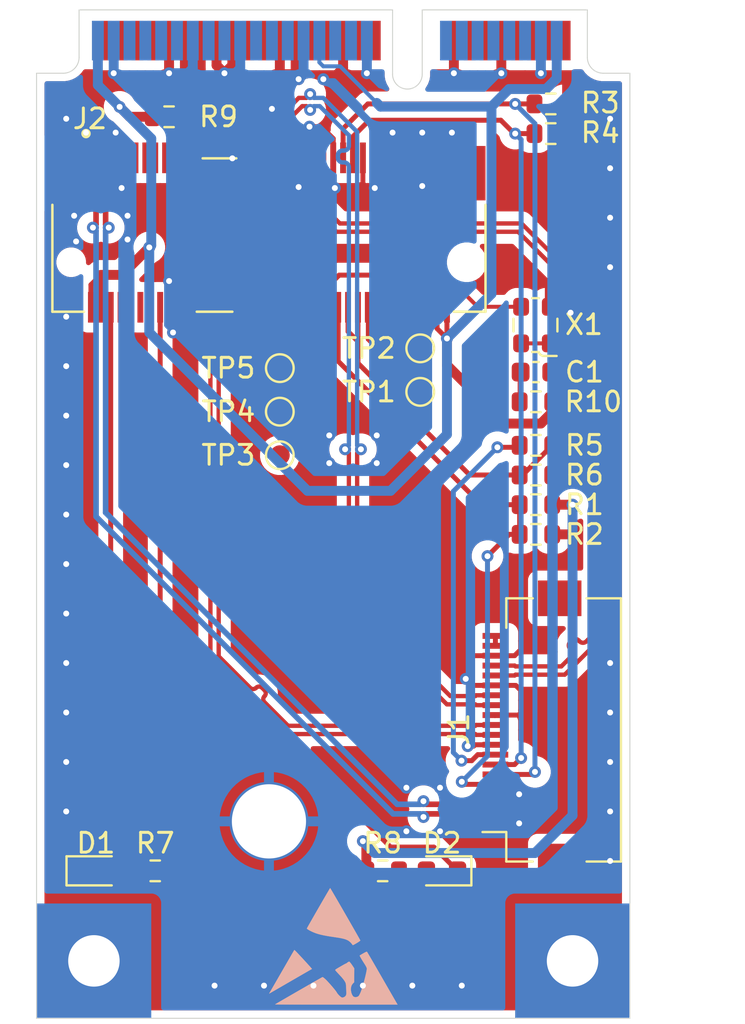
<source format=kicad_pcb>
(kicad_pcb (version 20241229) (generator "pcbnew") (generator_version "9.0")
  (layers (0 "F.Cu" signal) (4 "In1.Cu" power) (6 "In2.Cu" power) (2 "B.Cu" signal) (13 "F.Paste" user) (15 "B.Paste" user) (5 "F.SilkS" user "F.Silkscreen") (7 "B.SilkS" user "B.Silkscreen") (1 "F.Mask" user) (3 "B.Mask" user) (25 "Edge.Cuts" user))
  (net 0 "")
  (net 1 "Net-(X1-Tri-State)")
  (net 2 "GND")
  (net 3 "Net-(D1-A)")
  (net 4 "Net-(D1-K)")
  (net 5 "Net-(D2-A)")
  (net 6 "Net-(D2-K)")
  (net 7 "PCIE3_CLK_N")
  (net 8 "RK_WIFI_GPIO1")
  (net 9 "PCIE3_TX_P")
  (net 10 "PCIE3_CLK_P")
  (net 11 "PCIE3_RX_P")
  (net 12 "RK_WIFI_GPIO2")
  (net 13 "RK_WIFI_GPIO3")
  (net 14 "RK_WIFI_GPIO0")
  (net 15 "USB_P")
  (net 16 "PCIE3_TX_N")
  (net 17 "+5V")
  (net 18 "USB_N")
  (net 19 "PCIE3_RX_N")
  (net 20 "+3V3")
  (net 21 "SUSCLK")
  (net 22 "SDIO_D1")
  (net 23 "RK_UART1_RTS_1V8")
  (net 24 "RK_UART1_TX_1V8")
  (net 25 "SDIO_D3")
  (net 26 "SDIO_CMD")
  (net 27 "SDIO_D0")
  (net 28 "RK_UART1_RX_1V8")
  (net 29 "RK_UART1_CTS_1V8")
  (net 30 "SDIO_CLK")
  (net 31 "SDIO_D2")
  (net 38 "Net-(J2-~{SDIO_RESET})")
  (net 43 "Net-(J2-COEX1)")
  (net 46 "Net-(J2-~{W_DISABLE1})")
  (net 47 "Net-(J2-I2C_DATA)")
  (net 48 "Net-(J2-COEX2)")
  (net 51 "Net-(J2-I2C_CLK)")
  (net 57 "Net-(J2-COEX3)")
  (footprint "Capacitor_SMD:C_0603_1608Metric" (layer "F.Cu") (at 111.25 35.3)
    (property "Reference" "C1")
    (property "Value" "0.1uF")
  )
  (footprint "Resistor_SMD:R_0603_1608Metric" (layer "F.Cu") (at 92 60.5 180)
    (property "Reference" "R7")
    (property "Value" "2k")
  )
  (footprint "footprints:TE_2199119-4" (layer "F.Cu") (at 97.75 29.75)
    (property "Reference" "J2")
    (property "Value" "Bus_M.2_Socket_E")
  )
  (footprint "Resistor_SMD:R_0603_1608Metric" (layer "F.Cu") (at 111.25 40.5 180)
    (property "Reference" "R6")
    (property "Value" "10k")
  )
  (footprint "TestPoint:TestPoint_Pad_D1.0mm" (layer "F.Cu") (at 105.4 36.3)
    (property "Reference" "TP1")
    (property "Value" "TestPoint")
  )
  (footprint "LED_SMD:LED_0603_1608Metric" (layer "F.Cu") (at 106.5 60.5 180)
    (property "Reference" "D2")
    (property "Value" "LED_Small")
  )
  (footprint "TestPoint:TestPoint_Pad_D1.0mm" (layer "F.Cu") (at 98.3 35.1)
    (property "Reference" "TP5")
    (property "Value" "TestPoint")
  )
  (footprint "TestPoint:TestPoint_Pad_D1.0mm" (layer "F.Cu") (at 98.3 37.3)
    (property "Reference" "TP4")
    (property "Value" "TestPoint")
  )
  (footprint "Resistor_SMD:R_0603_1608Metric" (layer "F.Cu") (at 111.25 42 180)
    (property "Reference" "R1")
    (property "Value" "10k")
  )
  (footprint "Resistor_SMD:R_0603_1608Metric" (layer "F.Cu") (at 92.7 22.4)
    (property "Reference" "R9")
    (property "Value" "10k")
  )
  (footprint "Oscillator:Oscillator_SMD_ECS_2520MV-xxx-xx-4Pin_2.5x2.0mm" (layer "F.Cu") (at 111.225 32.925 180)
    (property "Reference" "X1")
    (property "Value" "ECS-327MVATX-2-CN-TR3")
  )
  (footprint "Resistor_SMD:R_0603_1608Metric" (layer "F.Cu") (at 111.25 43.5)
    (property "Reference" "R2")
    (property "Value" "10k")
  )
  (footprint "Resistor_SMD:R_0603_1608Metric" (layer "F.Cu") (at 111.25 36.8)
    (property "Reference" "R10")
    (property "Value" "0")
  )
  (footprint "footprints:M.2 Mounting" (layer "F.Cu") (at 107.75 29.75 180)
    (property "Reference" "H1" (hide yes))
    (property "Value" "MountingHole_Pad" (hide yes))
  )
  (footprint "TestPoint:TestPoint_Pad_D1.0mm" (layer "F.Cu") (at 98.3 39.5)
    (property "Reference" "TP3")
    (property "Value" "TestPoint")
  )
  (footprint "Resistor_SMD:R_0603_1608Metric" (layer "F.Cu") (at 103.5 60.5)
    (property "Reference" "R8")
    (property "Value" "2k")
  )
  (footprint "Connector_FFC-FPC:Hirose_FH12-20S-0.5SH_1x20-1MP_P0.50mm_Horizontal" (layer "F.Cu") (at 111.05 53.38 90)
    (property "Reference" "J1")
    (property "Value" "Conn_01x20")
  )
  (footprint "footprints:BUS_PCI_Express_Mini_Full_Card" (layer "F.Cu") (at 101 42.75 180)
    (property "Reference" "J3" (hide yes))
    (property "Value" "Bus_PCI_Express_Mini")
    (fp_line (start 15 22.55) (end 15 -25.2) (stroke (width 0.05)) (layer "Edge.Cuts"))
    (fp_line (start 15 22.55) (end 13.65 22.55) (stroke (width 0.05)) (layer "Edge.Cuts"))
    (fp_line (start 15 -25.2) (end -15 -25.2) (stroke (width 0.05)) (layer "Edge.Cuts"))
    (fp_line (start 12.85 25.75) (end 12.85 23.35) (stroke (width 0.05)) (layer "Edge.Cuts"))
    (fp_line (start -3 25.75) (end 12.85 25.75) (stroke (width 0.05)) (layer "Edge.Cuts"))
    (fp_line (start -3 25.75) (end -3 22.5) (stroke (width 0.05)) (layer "Edge.Cuts"))
    (fp_line (start -4.5 25.75) (end -4.5 22.5) (stroke (width 0.05)) (layer "Edge.Cuts"))
    (fp_line (start -4.5 25.75) (end -12.85 25.75) (stroke (width 0.05)) (layer "Edge.Cuts"))
    (fp_line (start -12.85 25.75) (end -12.85 23.35) (stroke (width 0.05)) (layer "Edge.Cuts"))
    (fp_line (start -13.65 22.55) (end -15 22.55) (stroke (width 0.05)) (layer "Edge.Cuts"))
    (fp_line (start -15 -25.2) (end -15 22.55) (stroke (width 0.05)) (layer "Edge.Cuts"))
    (fp_arc (start 12.85 23.35) (mid 13.084315 22.784315) (end 13.65 22.55) (stroke (width 0.05)) (layer "Edge.Cuts"))
    (fp_arc (start -4.5 22.5) (mid -3.75 21.75) (end -3 22.5) (stroke (width 0.05)) (layer "Edge.Cuts"))
    (fp_arc (start -13.65 22.55) (mid -13.084315 22.784315) (end -12.85 23.35) (stroke (width 0.05)) (layer "Edge.Cuts"))
  )
  (footprint "Resistor_SMD:R_0603_1608Metric" (layer "F.Cu") (at 112 21.75)
    (property "Reference" "R3")
    (property "Value" "10k")
  )
  (footprint "LED_SMD:LED_0603_1608Metric" (layer "F.Cu") (at 89 60.5)
    (property "Reference" "D1")
    (property "Value" "LED_Small")
  )
  (footprint "Resistor_SMD:R_0603_1608Metric" (layer "F.Cu") (at 111.25 39)
    (property "Reference" "R5")
    (property "Value" "0")
  )
  (footprint "TestPoint:TestPoint_Pad_D1.0mm" (layer "F.Cu") (at 105.4 34.1)
    (property "Reference" "TP2")
    (property "Value" "TestPoint")
  )
  (footprint "Resistor_SMD:R_0603_1608Metric" (layer "F.Cu") (at 112 23.25)
    (property "Reference" "R4")
    (property "Value" "10k")
  )
  (footprint "Symbol:ESD-Logo_6.6x6mm_SilkScreen" (layer "B.Cu") (at 101 64.3 180)
    (property "Reference" "REF**" (hide yes))
    (property "Value" "ESD-Logo_6.6x6mm_SilkScreen" (hide yes))
  )
  (segment (start 110.5 33.85) (end 110.5 35.275) (width 0.2) (layer "F.Cu") (net 1))
  (segment (start 110.5 33.85) (end 111.95 33.85) (width 0.2) (layer "F.Cu") (net 1))
  (segment (start 110.5 35.275) (end 110.475 35.3) (width 0.2) (layer "F.Cu") (net 1))
  (segment (start 110.425 36.8) (end 110.425 35.35) (width 0.2) (layer "F.Cu") (net 1))
  (segment (start 110.425 35.35) (end 110.475 35.3) (width 0.2) (layer "F.Cu") (net 1))
  (segment (start 92.75 30.75) (end 92.7 30.7) (width 0.25) (layer "F.Cu") (net 2))
  (segment (start 108.03 51.13) (end 107.7 50.8) (width 0.25) (layer "F.Cu") (net 2))
  (segment (start 110.23 51.13) (end 110.4 51.3) (width 0.25) (layer "F.Cu") (net 2))
  (segment (start 104 24.475) (end 104 23.2) (width 0.25) (layer "F.Cu") (net 2))
  (segment (start 98 22.346863) (end 98 24.475) (width 0.25) (layer "F.Cu") (net 2))
  (segment (start 112.7 32) (end 113 32.3) (width 0.5) (layer "F.Cu") (net 2))
  (segment (start 105.5 25.9) (end 106.652 25.9) (width 0.25) (layer "F.Cu") (net 2))
  (segment (start 111.95 32) (end 112.7 32) (width 0.5) (layer "F.Cu") (net 2))
  (segment (start 108.17 54.13) (end 109.2 54.13) (width 0.25) (layer "F.Cu") (net 2))
  (segment (start 104 24.475) (end 104 25.9) (width 0.25) (layer "F.Cu") (net 2))
  (segment (start 108.1018 54.1982) (end 108.17 54.13) (width 0.25) (layer "F.Cu") (net 2))
  (segment (start 107.8 54.1982) (end 108.1018 54.1982) (width 0.25) (layer "F.Cu") (net 2))
  (segment (start 109.2 58.13) (end 109.2 58.6) (width 0.25) (layer "F.Cu") (net 2))
  (segment (start 95.1 19.8) (end 95.5 20.2) (width 0.5) (layer "F.Cu") (net 2))
  (segment (start 95.9 19.8) (end 95.5 20.2) (width 0.5) (layer "F.Cu") (net 2))
  (segment (start 109.5 20.1) (end 109.5 20.2) (width 0.5) (layer "F.Cu") (net 2))
  (segment (start 110.37 52.63) (end 110.4 52.6) (width 0.25) (layer "F.Cu") (net 2))
  (segment (start 99.1 20.35) (end 99.1 18.55) (width 0.5) (layer "F.Cu") (net 2))
  (segment (start 109.2 58.13) (end 110.37 58.13) (width 0.25) (layer "F.Cu") (net 2))
  (segment (start 95.1 18.55) (end 95.1 19.8) (width 0.5) (layer "F.Cu") (net 2))
  (segment (start 102.5 24.475) (end 102.5 25.9) (width 0.25) (layer "F.Cu") (net 2))
  (segment (start 92.7 18.55) (end 92.7 20.2) (width 0.5) (layer "F.Cu") (net 2))
  (segment (start 88.5 24.475) (end 88.5 23.2) (width 0.25) (layer "F.Cu") (net 2))
  (segment (start 90 24.475) (end 90 23.2) (width 0.25) (layer "F.Cu") (net 2))
  (segment (start 107.1 18.55) (end 107.1 20.2) (width 0.5) (layer "F.Cu") (net 2))
  (segment (start 107.97 49.63) (end 107.9 49.7) (width 0.25) (layer "F.Cu") (net 2))
  (segment (start 109.2 51.13) (end 110.23 51.13) (width 0.25) (layer "F.Cu") (net 2))
  (segment (start 98.3 20.2) (end 98.6 20.5) (width 0.5) (layer "F.Cu") (net 2))
  (segment (start 103 25.9) (end 103.1 26) (width 0.25) (layer "F.Cu") (net 2))
  (segment (start 109.2 52.63) (end 109.176 52.654) (width 0.25) (layer "F.Cu") (net 2))
  (segment (start 105.5 24.475) (end 105.5 23.2) (width 0.25) (layer "F.Cu") (net 2))
  (segment (start 106.652 25.9) (end 107 25.552) (width 0.25) (layer "F.Cu") (net 2))
  (segment (start 107 24.475) (end 107 23.2) (width 0.25) (layer "F.Cu") (net 2))
  (segment (start 101 23.5) (end 100.4 22.9) (width 0.25) (layer "F.Cu") (net 2))
  (segment (start 110.4 56.63) (end 109.2 56.63) (width 0.25) (layer "F.Cu") (net 2))
  (segment (start 112.025 35.3) (end 113 35.3) (width 0.5) (layer "F.Cu") (net 2))
  (segment (start 109.2 49.63) (end 110.17 49.63) (width 0.25) (layer "F.Cu") (net 2))
  (segment (start 99.25 20.5) (end 99.1 20.35) (width 0.5) (layer "F.Cu") (net 2))
  (segment (start 104 25.9) (end 105.5 25.9) (width 0.25) (layer "F.Cu") (net 2))
  (segment (start 96.5 24.475) (end 95.925 24.475) (width 0.25) (layer "F.Cu") (net 2))
  (segment (start 90 25.7) (end 90.3 26) (width 0.25) (layer "F.Cu") (net 2))
  (segment (start 102.5 25.9) (end 103 25.9) (width 0.25) (layer "F.Cu") (net 2))
  (segment (start 109.2 49.63) (end 107.97 49.63) (width 0.25) (layer "F.Cu") (net 2))
  (segment (start 92.75 32.025) (end 92.75 30.75) (width 0.25) (layer "F.Cu") (net 2))
  (segment (start 92.75 32.025) (end 92.75 33.15) (width 0.25) (layer "F.Cu") (net 2))
  (segment (start 100.5 20.5) (end 100.952 20.5) (width 0.5) (layer "F.Cu") (net 2))
  (segment (start 98.3 18.55) (end 98.3 20.2) (width 0.5) (layer "F.Cu") (net 2))
  (segment (start 109.2 52.63) (end 110.37 52.63) (width 0.25) (layer "F.Cu") (net 2))
  (segment (start 101 24.475) (end 101 23.5) (width 0.25) (layer "F.Cu") (net 2))
  (segment (start 110.17 49.63) (end 110.4 49.4) (width 0.25) (layer "F.Cu") (net 2))
  (segment (start 92.75 33.15) (end 92.9 33.3) (width 0.25) (layer "F.Cu") (net 2))
  (segment (start 109.5 18.55) (end 109.5 20.1) (width 0.5) (layer "F.Cu") (net 2))
  (segment (start 95.9 18.55) (end 95.9 19.8) (width 0.5) (layer "F.Cu") (net 2))
  (segment (start 95.925 24.475) (end 95.9 24.5) (width 0.25) (layer "F.Cu") (net 2))
  (segment (start 110.37 58.13) (end 110.4 58.1) (width 0.25) (layer "F.Cu") (net 2))
  (segment (start 99.5 25.7) (end 99.5 24.475) (width 0.25) (layer "F.Cu") (net 2))
  (segment (start 109.2 51.13) (end 108.03 51.13) (width 0.25) (layer "F.Cu") (net 2))
  (segment (start 90 24.475) (end 90 25.7) (width 0.25) (layer "F.Cu") (net 2))
  (segment (start 100.4 22.9) (end 99.8 22.9) (width 0.25) (layer "F.Cu") (net 2))
  (segment (start 97.9 22) (end 97.9 22.246863) (width 0.25) (layer "F.Cu") (net 2))
  (segment (start 97.9 22.246863) (end 98 22.346863) (width 0.25) (layer "F.Cu") (net 2))
  (segment (start 99.25 25.95) (end 99.5 25.7) (width 0.25) (layer "F.Cu") (net 2))
  (segment (start 99.5 24.475) (end 99.5 23.2) (width 0.25) (layer "F.Cu") (net 2))
  (segment (start 101.5 19.952) (end 101.5 18.55) (width 0.5) (layer "F.Cu") (net 2))
  (segment (start 107 25.552) (end 107 24.475) (width 0.25) (layer "F.Cu") (net 2))
  (segment (start 101 25.918201) (end 101 24.475) (width 0.25) (layer "F.Cu") (net 2))
  (segment (start 101.081799 26) (end 101 25.918201) (width 0.25) (layer "F.Cu") (net 2))
  (segment (start 98.6 20.5) (end 99.25 20.5) (width 0.5) (layer "F.Cu") (net 2))
  (segment (start 105.5 25.9) (end 105.5 24.475) (width 0.25) (layer "F.Cu") (net 2))
  (segment (start 99.5 23.2) (end 99.8 22.9) (width 0.25) (layer "F.Cu") (net 2))
  (segment (start 100.952 20.5) (end 101.5 19.952) (width 0.5) (layer "F.Cu") (net 2))
  (via (at 107.7 50.8) (size 0.6) (drill 0.3) (layers "F.Cu" "B.Cu") (net 2))
  (via (at 90.3 26) (size 0.6) (drill 0.3) (layers "F.Cu" "B.Cu") (net 2))
  (via (at 102.5 66.3) (size 0.6) (drill 0.3) (layers "F.Cu" "B.Cu") (net 2))
  (via (at 95.9 24.5) (size 0.6) (drill 0.3) (layers "F.Cu" "B.Cu") (net 2))
  (via (at 87.5 55) (size 0.6) (drill 0.3) (layers "F.Cu" "B.Cu") (net 2))
  (via (at 103.2 38.5) (size 0.6) (drill 0.3) (layers "F.Cu" "B.Cu") (net 2))
  (via (at 87.5 47.5) (size 0.6) (drill 0.3) (layers "F.Cu" "B.Cu") (net 2))
  (via (at 87.9 27.4) (size 0.6) (drill 0.3) (layers "F.Cu" "B.Cu") (net 2))
  (via (at 87.5 52.5) (size 0.6) (drill 0.3) (layers "F.Cu" "B.Cu") (net 2))
  (via (at 87.5 50) (size 0.6) (drill 0.3) (layers "F.Cu" "B.Cu") (net 2))
  (via (at 107.5 66.3) (size 0.6) (drill 0.3) (layers "F.Cu" "B.Cu") (net 2))
  (via (at 92.9 33.3) (size 0.6) (drill 0.3) (layers "F.Cu" "B.Cu") (net 2))
  (via (at 102.7 20.2) (size 0.6) (drill 0.3) (layers "F.Cu" "B.Cu") (net 2))
  (via (at 90.6 28.6) (size 0.6) (drill 0.3) (layers "F.Cu" "B.Cu") (net 2))
  (via (at 100 66.3) (size 0.6) (drill 0.3) (layers "F.Cu" "B.Cu") (net 2))
  (via (at 115 57.5) (size 0.6) (drill 0.3) (layers "F.Cu" "B.Cu") (net 2))
  (via (at 115 55) (size 0.6) (drill 0.3) (layers "F.Cu" "B.Cu") (net 2))
  (via (at 115 25) (size 0.6) (drill 0.3) (layers "F.Cu" "B.Cu") (net 2))
  (via (at 88.5 23.2) (size 0.6) (drill 0.3) (layers "F.Cu" "B.Cu") (net 2))
  (via (at 97.5 66.3) (size 0.6) (drill 0.3) (layers "F.Cu" "B.Cu") (net 2))
  (via (at 88 28.7) (size 0.6) (drill 0.3) (layers "F.Cu" "B.Cu") (net 2))
  (via (at 90 23.2) (size 0.6) (drill 0.3) (layers "F.Cu" "B.Cu") (net 2))
  (via (at 89.9 20.2) (size 0.6) (drill 0.3) (layers "F.Cu" "B.Cu") (net 2))
  (via (at 87.5 57.5) (size 0.6) (drill 0.3) (layers "F.Cu" "B.Cu") (net 2))
  (via (at 115 27.5) (size 0.6) (drill 0.3) (layers "F.Cu" "B.Cu") (net 2))
  (via (at 103.1 26) (size 0.6) (drill 0.3) (layers "F.Cu" "B.Cu") (net 2))
  (via (at 95 66.3) (size 0.6) (drill 0.3) (layers "F.Cu" "B.Cu") (net 2))
  (via (at 115 50) (size 0.6) (drill 0.3) (layers "F.Cu" "B.Cu") (net 2))
  (via (at 87.5 35) (size 0.6) (drill 0.3) (layers "F.Cu" "B.Cu") (net 2))
  (via (at 107.8 54.1982) (size 0.6) (drill 0.3) (layers "F.Cu" "B.Cu") (net 2))
  (via (at 105.5 25.9) (size 0.6) (drill 0.3) (layers "F.Cu" "B.Cu") (net 2))
  (via (at 106.4 56.3) (size 0.6) (drill 0.3) (layers "F.Cu" "B.Cu") (net 2))
  (via (at 104.7 56.3) (size 0.6) (drill 0.3) (layers "F.Cu" "B.Cu") (net 2))
  (via (at 87.5 32.5) (size 0.6) (drill 0.3) (layers "F.Cu" "B.Cu") (net 2))
  (via (at 107.1 20.2) (size 0.6) (drill 0.3) (layers "F.Cu" "B.Cu") (net 2))
  (via (at 106.4 58.5) (size 0.6) (drill 0.3) (layers "F.Cu" "B.Cu") (net 2))
  (via (at 103.2 39.9) (size 0.6) (drill 0.3) (layers "F.Cu" "B.Cu") (net 2))
  (via (at 87.5 45) (size 0.6) (drill 0.3) (layers "F.Cu" "B.Cu") (net 2))
  (via (at 105.5 23.2) (size 0.6) (drill 0.3) (layers "F.Cu" "B.Cu") (net 2))
  (via (at 99.8 22.9) (size 0.6) (drill 0.3) (layers "F.Cu" "B.Cu") (net 2))
  (via (at 100.8 39.9) (size 0.6) (drill 0.3) (layers "F.Cu" "B.Cu") (net 2))
  (via (at 105 66.3) (size 0.6) (drill 0.3) (layers "F.Cu" "B.Cu") (net 2))
  (via (at 109.5 20.2) (size 0.6) (drill 0.3) (layers "F.Cu" "B.Cu") (net 2))
  (via (at 113 32.3) (size 0.6) (drill 0.3) (layers "F.Cu" "B.Cu") (net 2))
  (via (at 92.7 30.7) (size 0.6) (drill 0.3) (layers "F.Cu" "B.Cu") (net 2))
  (via (at 99.25 20.5) (size 0.6) (drill 0.3) (layers "F.Cu" "B.Cu") (net 2))
  (via (at 100.5 20.5) (size 0.6) (drill 0.3) (layers "F.Cu" "B.Cu") (net 2))
  (via (at 107 23.2) (size 0.6) (drill 0.3) (layers "F.Cu" "B.Cu") (net 2))
  (via (at 90.6 27.4) (size 0.6) (drill 0.3) (layers "F.Cu" "B.Cu") (net 2))
  (via (at 92.7 20.2) (size 0.6) (drill 0.3) (layers "F.Cu" "B.Cu") (net 2))
  (via (at 110.4 58.1) (size 0.6) (drill 0.3) (layers "F.Cu" "B.Cu") (net 2))
  (via (at 100.8 38.5) (size 0.6) (drill 0.3) (layers "F.Cu" "B.Cu") (net 2))
  (via (at 115 30) (size 0.6) (drill 0.3) (layers "F.Cu" "B.Cu") (net 2))
  (via (at 95.5 20.2) (size 0.6) (drill 0.3) (layers "F.Cu" "B.Cu") (net 2))
  (via (at 104.7 58.5) (size 0.6) (drill 0.3) (layers "F.Cu" "B.Cu") (net 2))
  (via (at 87.5 40) (size 0.6) (drill 0.3) (layers "F.Cu" "B.Cu") (net 2))
  (via (at 115 60) (size 0.6) (drill 0.3) (layers "F.Cu" "B.Cu") (net 2))
  (via (at 99.25 25.95) (size 0.6) (drill 0.3) (layers "F.Cu" "B.Cu") (net 2))
  (via (at 104 23.2) (size 0.6) (drill 0.3) (layers "F.Cu" "B.Cu") (net 2))
  (via (at 87.5 42.5) (size 0.6) (drill 0.3) (layers "F.Cu" "B.Cu") (net 2))
  (via (at 115 52.5) (size 0.6) (drill 0.3) (layers "F.Cu" "B.Cu") (net 2))
  (via (at 110.4 56.63) (size 0.6) (drill 0.3) (layers "F.Cu" "B.Cu") (net 2))
  (via (at 87.5 37.5) (size 0.6) (drill 0.3) (layers "F.Cu" "B.Cu") (net 2))
  (via (at 97.9 22) (size 0.6) (drill 0.3) (layers "F.Cu" "B.Cu") (net 2))
  (via (at 111.5 20.2) (size 0.6) (drill 0.3) (layers "F.Cu" "B.Cu") (net 2))
  (via (at 87.5 22.5) (size 0.6) (drill 0.3) (layers "F.Cu" "B.Cu") (net 2))
  (via (at 101.081799 26) (size 0.6) (drill 0.3) (layers "F.Cu" "B.Cu") (net 2))
  (via (at 115 22.5) (size 0.6) (drill 0.3) (layers "F.Cu" "B.Cu") (net 2))
  (segment (start 96.3 19.952) (end 96.052 20.2) (width 0.5) (layer "B.Cu") (net 2))
  (segment (start 99.5 20.25) (end 99.25 20.5) (width 0.5) (layer "B.Cu") (net 2))
  (segment (start 93.9 19.952) (end 93.652 20.2) (width 0.5) (layer "B.Cu") (net 2))
  (segment (start 89.9 18.55) (end 89.9 20.2) (width 0.5) (layer "B.Cu") (net 2))
  (segment (start 99.5 18.55) (end 99.5 20.25) (width 0.5) (layer "B.Cu") (net 2))
  (segment (start 96.3 18.55) (end 96.3 19.952) (width 0.5) (layer "B.Cu") (net 2))
  (segment (start 102.7 18.55) (end 102.7 20.2) (width 0.5) (layer "B.Cu") (net 2))
  (segment (start 93.652 20.2) (end 92.7 20.2) (width 0.5) (layer "B.Cu") (net 2))
  (segment (start 111.5 18.55) (end 111.5 20.2) (width 0.5) (layer "B.Cu") (net 2))
  (segment (start 93.9 18.55) (end 93.9 19.952) (width 0.5) (layer "B.Cu") (net 2))
  (segment (start 96.052 20.2) (end 95.5 20.2) (width 0.5) (layer "B.Cu") (net 2))
  (segment (start 89.7875 60.5) (end 91.175 60.5) (width 0.25) (layer "F.Cu") (net 3))
  (segment (start 89.75 59.286046) (end 88.536046 60.5) (width 0.25) (layer "F.Cu") (net 4))
  (segment (start 88.536046 60.5) (end 88.2125 60.5) (width 0.25) (layer "F.Cu") (net 4))
  (segment (start 89.75 32.025) (end 89.75 59.286046) (width 0.25) (layer "F.Cu") (net 4))
  (segment (start 104.325 60.5) (end 105.7125 60.5) (width 0.25) (layer "F.Cu") (net 5))
  (segment (start 103.9 59.3) (end 106.0875 59.3) (width 0.25) (layer "F.Cu") (net 6))
  (segment (start 99.174 54.574) (end 103.9 59.3) (width 0.25) (layer "F.Cu") (net 6))
  (segment (start 97.074 54.574) (end 99.174 54.574) (width 0.25) (layer "F.Cu") (net 6))
  (segment (start 92.25 32.025) (end 92.25 49.75) (width 0.25) (layer "F.Cu") (net 6))
  (segment (start 106.0875 59.3) (end 107.2875 60.5) (width 0.25) (layer "F.Cu") (net 6))
  (segment (start 92.25 49.75) (end 97.074 54.574) (width 0.25) (layer "F.Cu") (net 6))
  (segment (start 110.175001 50.63) (end 110.215901 50.5891) (width 0.2182) (layer "F.Cu") (net 7))
  (segment (start 110.522284 27.7909) (end 101.336612 27.7909) (width 0.2182) (layer "F.Cu") (net 7))
  (segment (start 100.5 25.637501) (end 100.5 24.475) (width 0.2182) (layer "F.Cu") (net 7))
  (segment (start 101.336612 27.7909) (end 100.4591 26.913388) (width 0.2182) (layer "F.Cu") (net 7))
  (segment (start 100.4591 26.913388) (end 100.4591 25.678401) (width 0.2182) (layer "F.Cu") (net 7))
  (segment (start 114.6692 31.937816) (end 110.522284 27.7909) (width 0.2182) (layer "F.Cu") (net 7))
  (segment (start 114.6692 48.626512) (end 114.6692 31.937816) (width 0.2182) (layer "F.Cu") (net 7))
  (segment (start 100.4591 25.678401) (end 100.5 25.637501) (width 0.2182) (layer "F.Cu") (net 7))
  (segment (start 110.215901 50.5891) (end 112.706612 50.5891) (width 0.2182) (layer "F.Cu") (net 7))
  (segment (start 109.2 50.63) (end 110.175001 50.63) (width 0.2182) (layer "F.Cu") (net 7))
  (segment (start 112.706612 50.5891) (end 114.6692 48.626512) (width 0.2182) (layer "F.Cu") (net 7))
  (segment (start 111.07 55.63) (end 111.2 55.5) (width 0.25) (layer "F.Cu") (net 8))
  (segment (start 102.75 21.75) (end 101.5 23) (width 0.25) (layer "F.Cu") (net 8))
  (segment (start 111.175 21.75) (end 110.2 21.75) (width 0.25) (layer "F.Cu") (net 8))
  (segment (start 109.2 55.63) (end 111.07 55.63) (width 0.25) (layer "F.Cu") (net 8))
  (segment (start 101.5 23) (end 101.5 24.475) (width 0.25) (layer "F.Cu") (net 8))
  (segment (start 110.2 21.75) (end 102.75 21.75) (width 0.25) (layer "F.Cu") (net 8))
  (via (at 110.2 21.75) (size 0.6) (drill 0.3) (layers "F.Cu" "B.Cu") (net 8))
  (via (at 111.2 55.5) (size 0.6) (drill 0.3) (layers "F.Cu" "B.Cu") (net 8))
  (segment (start 111.2 22.75) (end 110.2 21.75) (width 0.25) (layer "B.Cu") (net 8))
  (segment (start 111.2 55.5) (end 111.2 22.75) (width 0.25) (layer "B.Cu") (net 8))
  (segment (start 96.2091 26.020618) (end 96.2091 26.140618) (width 0.2182) (layer "F.Cu") (net 9))
  (segment (start 108.184099 53.1709) (end 98.716612 53.1709) (width 0.2182) (layer "F.Cu") (net 9))
  (segment (start 98.716612 53.1709) (end 97.525716 51.980004) (width 0.2182) (layer "F.Cu") (net 9))
  (segment (start 96.797543 51.251831) (end 96.677187 51.131475) (width 0.2182) (layer "F.Cu") (net 9))
  (segment (start 95.9691 26.380618) (end 95.4491 26.380618) (width 0.2182) (layer "F.Cu") (net 9))
  (segment (start 95.2091 26.740618) (end 95.2091 27.166905) (width 0.2182) (layer "F.Cu") (net 9))
  (segment (start 95.681605 22.614107) (end 95.2091 23.086612) (width 0.2182) (layer "F.Cu") (net 9))
  (segment (start 96.677187 51.131475) (end 95.894681 50.348969) (width 0.2182) (layer "F.Cu") (net 9))
  (segment (start 97.0409 22.836612) (end 96.818395 22.614107) (width 0.2182) (layer "F.Cu") (net 9))
  (segment (start 97.525716 51.372188) (end 97.405359 51.251831) (width 0.2182) (layer "F.Cu") (net 9))
  (segment (start 108.224999 53.13) (end 108.184099 53.1709) (width 0.2182) (layer "F.Cu") (net 9))
  (segment (start 95.4491 25.780618) (end 95.9691 25.780618) (width 0.2182) (layer "F.Cu") (net 9))
  (segment (start 97 23.312499) (end 97.0409 23.271599) (width 0.2182) (layer "F.Cu") (net 9))
  (segment (start 95.2091 23.086612) (end 95.2091 25.540618) (width 0.2182) (layer "F.Cu") (net 9))
  (segment (start 95.2091 49.663388) (end 95.2091 27.166905) (width 0.2182) (layer "F.Cu") (net 9))
  (segment (start 109.2 53.13) (end 108.224999 53.13) (width 0.2182) (layer "F.Cu") (net 9))
  (segment (start 95.894681 50.348969) (end 95.2091 49.663388) (width 0.2182) (layer "F.Cu") (net 9))
  (segment (start 97.0409 23.271599) (end 97.0409 22.836612) (width 0.2182) (layer "F.Cu") (net 9))
  (segment (start 96.818395 22.614107) (end 95.681605 22.614107) (width 0.2182) (layer "F.Cu") (net 9))
  (segment (start 95.2091 26.620618) (end 95.2091 26.740618) (width 0.2182) (layer "F.Cu") (net 9))
  (segment (start 97 24.475) (end 97 23.312499) (width 0.2182) (layer "F.Cu") (net 9))
  (arc (start 96.2091 26.140618) (mid 96.138806 26.310324) (end 95.9691 26.380618) (width 0.2182) (layer "F.Cu") (net 9))
  (arc (start 95.9691 25.780618) (mid 96.138806 25.850912) (end 96.2091 26.020618) (width 0.2182) (layer "F.Cu") (net 9))
  (arc (start 97.405359 51.251831) (mid 97.253405 51.18889) (end 97.101451 51.251831) (width 0.2182) (layer "F.Cu") (net 9))
  (arc (start 95.4491 26.380618) (mid 95.279394 26.450912) (end 95.2091 26.620618) (width 0.2182) (layer "F.Cu") (net 9))
  (arc (start 95.2091 25.540618) (mid 95.279394 25.710324) (end 95.4491 25.780618) (width 0.2182) (layer "F.Cu") (net 9))
  (arc (start 97.101451 51.251831) (mid 96.949497 51.314772) (end 96.797543 51.251831) (width 0.2182) (layer "F.Cu") (net 9))
  (arc (start 97.525716 51.980004) (mid 97.462775 51.82805) (end 97.525716 51.676096) (width 0.2182) (layer "F.Cu") (net 9))
  (arc (start 97.525716 51.676096) (mid 97.588657 51.524142) (end 97.525716 51.372188) (width 0.2182) (layer "F.Cu") (net 9))
  (segment (start 113.032702 49.330761) (end 112.980572 49.278631) (width 0.2182) (layer "F.Cu") (net 10))
  (segment (start 113.796379 48.906498) (end 113.881231 48.821644) (width 0.2182) (layer "F.Cu") (net 10))
  (segment (start 114.25 32.111452) (end 110.348648 28.2101) (width 0.2182) (layer "F.Cu") (net 10))
  (segment (start 113.881231 48.821644) (end 114.25 48.452874) (width 0.2182) (layer "F.Cu") (net 10))
  (segment (start 101.162974 28.2101) (end 100.0399 27.087026) (width 0.2182) (layer "F.Cu") (net 10))
  (segment (start 110.214901 50.1699) (end 112.532974 50.1699) (width 0.2182) (layer "F.Cu") (net 10))
  (segment (start 100 25.637501) (end 100 24.475) (width 0.2182) (layer "F.Cu") (net 10))
  (segment (start 114.25 47.130378) (end 114.25 32.111452) (width 0.2182) (layer "F.Cu") (net 10))
  (segment (start 112.980571 48.939221) (end 113.065426 48.854367) (width 0.2182) (layer "F.Cu") (net 10))
  (segment (start 100.0399 27.087026) (end 100.0399 25.677401) (width 0.2182) (layer "F.Cu") (net 10))
  (segment (start 110.175001 50.13) (end 110.214901 50.1699) (width 0.2182) (layer "F.Cu") (net 10))
  (segment (start 110.348648 28.2101) (end 101.162974 28.2101) (width 0.2182) (layer "F.Cu") (net 10))
  (segment (start 109.2 50.13) (end 110.175001 50.13) (width 0.2182) (layer "F.Cu") (net 10))
  (segment (start 100.0399 25.677401) (end 100 25.637501) (width 0.2182) (layer "F.Cu") (net 10))
  (segment (start 114.25 48.452874) (end 114.25 47.130378) (width 0.2182) (layer "F.Cu") (net 10))
  (segment (start 112.532974 50.1699) (end 113.032701 49.670173) (width 0.2182) (layer "F.Cu") (net 10))
  (segment (start 113.404836 48.854368) (end 113.456967 48.906499) (width 0.2182) (layer "F.Cu") (net 10))
  (arc (start 112.980572 49.278631) (mid 112.910278 49.108925) (end 112.980571 48.939221) (width 0.2182) (layer "F.Cu") (net 10))
  (arc (start 113.032701 49.670173) (mid 113.102996 49.500467) (end 113.032702 49.330761) (width 0.2182) (layer "F.Cu") (net 10))
  (arc (start 113.456967 48.906499) (mid 113.626672 48.976794) (end 113.796379 48.906498) (width 0.2182) (layer "F.Cu") (net 10))
  (arc (start 113.065426 48.854367) (mid 113.235131 48.784073) (end 113.404836 48.854368) (width 0.2182) (layer "F.Cu") (net 10))
  (segment (start 109.2 51.63) (end 108.224999 51.63) (width 0.2182) (layer "F.Cu") (net 11))
  (segment (start 98.5409 23.271599) (end 98.5409 22.163388) (width 0.2182) (layer "F.Cu") (net 11))
  (segment (start 102.210099 46.958683) (end 102.2101 39.3899) (width 0.2182) (layer "F.Cu") (net 11))
  (segment (start 106.921316 51.6699) (end 102.210099 46.958683) (width 0.2182) (layer "F.Cu") (net 11))
  (segment (start 99.259677 21.444611) (end 99.642991 21.444611) (width 0.2182) (layer "F.Cu") (net 11))
  (segment (start 108.224999 51.63) (end 108.185099 51.6699) (width 0.2182) (layer "F.Cu") (net 11))
  (segment (start 99.642991 21.444611) (end 99.83389 21.253712) (width 0.2182) (layer "F.Cu") (net 11))
  (segment (start 98.5409 22.163388) (end 99.259677 21.444611) (width 0.2182) (layer "F.Cu") (net 11))
  (segment (start 108.185099 51.6699) (end 106.921316 51.6699) (width 0.2182) (layer "F.Cu") (net 11))
  (segment (start 98.5 23.312499) (end 98.5409 23.271599) (width 0.2182) (layer "F.Cu") (net 11))
  (segment (start 98.5 24.475) (end 98.5 23.312499) (width 0.2182) (layer "F.Cu") (net 11))
  (segment (start 102.2101 39.3899) (end 102.4 39.2) (width 0.2182) (layer "F.Cu") (net 11))
  (via (at 102.4 39.2) (size 0.6) (drill 0.3) (layers "F.Cu" "B.Cu") (net 11))
  (via (at 99.83389 21.253712) (size 0.6) (drill 0.3) (layers "F.Cu" "B.Cu") (net 11))
  (segment (start 102.4 39.2) (end 102.2091 39.0091) (width 0.2182) (layer "B.Cu") (net 11))
  (segment (start 102.2091 23.16339) (end 102.209101 23.163389) (width 0.2182) (layer "B.Cu") (net 11))
  (segment (start 100.490323 21.444611) (end 100.024789 21.444611) (width 0.2182) (layer "B.Cu") (net 11))
  (segment (start 102.209101 23.163389) (end 100.490323 21.444611) (width 0.2182) (layer "B.Cu") (net 11))
  (segment (start 102.2091 39.0091) (end 102.2091 23.16339) (width 0.2182) (layer "B.Cu") (net 11))
  (segment (start 100.024789 21.444611) (end 99.83389 21.253712) (width 0.2182) (layer "B.Cu") (net 11))
  (segment (start 110.17 55.13) (end 109.2 55.13) (width 0.25) (layer "F.Cu") (net 12))
  (segment (start 102 23.398) (end 102 24.475) (width 0.25) (layer "F.Cu") (net 12))
  (segment (start 109.474 22.574) (end 102.824 22.574) (width 0.25) (layer "F.Cu") (net 12))
  (segment (start 110.2 23.25) (end 111.175 23.25) (width 0.25) (layer "F.Cu") (net 12))
  (segment (start 102.824 22.574) (end 102 23.398) (width 0.25) (layer "F.Cu") (net 12))
  (segment (start 110.15 23.25) (end 109.474 22.574) (width 0.25) (layer "F.Cu") (net 12))
  (segment (start 110.2 23.25) (end 110.15 23.25) (width 0.25) (layer "F.Cu") (net 12))
  (segment (start 110.5 54.8) (end 110.17 55.13) (width 0.25) (layer "F.Cu") (net 12))
  (via (at 110.5 54.8) (size 0.6) (drill 0.3) (layers "F.Cu" "B.Cu") (net 12))
  (via (at 110.2 23.25) (size 0.6) (drill 0.3) (layers "F.Cu" "B.Cu") (net 12))
  (segment (start 110.5 23.55) (end 110.2 23.25) (width 0.25) (layer "B.Cu") (net 12))
  (segment (start 110.5 54.8) (end 110.5 23.55) (width 0.25) (layer "B.Cu") (net 12))
  (segment (start 109.3 39.1) (end 110.325 39.1) (width 0.25) (layer "F.Cu") (net 13))
  (segment (start 110.325 39.1) (end 110.425 39) (width 0.25) (layer "F.Cu") (net 13))
  (segment (start 108.004 54.93381) (end 107.485547 54.93381) (width 0.25) (layer "F.Cu") (net 13))
  (segment (start 109.2 54.63) (end 108.30781 54.63) (width 0.25) (layer "F.Cu") (net 13))
  (segment (start 108.30781 54.63) (end 108.004 54.93381) (width 0.25) (layer "F.Cu") (net 13))
  (via (at 107.485547 54.93381) (size 0.6) (drill 0.3) (layers "F.Cu" "B.Cu") (net 13))
  (via (at 109.3 39.1) (size 0.6) (drill 0.3) (layers "F.Cu" "B.Cu") (net 13))
  (segment (start 107.074 54.522263) (end 107.074 41.326) (width 0.25) (layer "B.Cu") (net 13))
  (segment (start 107.074 41.326) (end 109.3 39.1) (width 0.25) (layer "B.Cu") (net 13))
  (segment (start 107.485547 54.93381) (end 107.074 54.522263) (width 0.25) (layer "B.Cu") (net 13))
  (segment (start 109.9 43.5) (end 108.8 44.6) (width 0.25) (layer "F.Cu") (net 14))
  (segment (start 110.425 42) (end 108.5 42) (width 0.25) (layer "F.Cu") (net 14))
  (segment (start 110.425 43.5) (end 110.425 42) (width 0.25) (layer "F.Cu") (net 14))
  (segment (start 108.5 42) (end 101.25 34.75) (width 0.25) (layer "F.Cu") (net 14))
  (segment (start 107.63 56.13) (end 107.5 56) (width 0.25) (layer "F.Cu") (net 14))
  (segment (start 109.2 56.13) (end 107.63 56.13) (width 0.25) (layer "F.Cu") (net 14))
  (segment (start 101.25 34.75) (end 101.25 32.025) (width 0.25) (layer "F.Cu") (net 14))
  (segment (start 110.425 43.5) (end 109.9 43.5) (width 0.25) (layer "F.Cu") (net 14))
  (via (at 108.8 44.6) (size 0.6) (drill 0.3) (layers "F.Cu" "B.Cu") (net 14))
  (via (at 107.5 56) (size 0.6) (drill 0.3) (layers "F.Cu" "B.Cu") (net 14))
  (segment (start 107.5 56) (end 108.8 54.7) (width 0.25) (layer "B.Cu") (net 14))
  (segment (start 108.8 54.7) (end 108.8 44.6) (width 0.25) (layer "B.Cu") (net 14))
  (segment (start 89 25.637501) (end 89 24.475) (width 0.284) (layer "F.Cu") (net 15))
  (segment (start 89.008 27.842) (end 89.008 25.645501) (width 0.284) (layer "F.Cu") (net 15))
  (segment (start 105.719591 57.622) (end 105.561591 57.78) (width 0.284) (layer "F.Cu") (net 15))
  (segment (start 108.216999 57.622) (end 105.719591 57.622) (width 0.284) (layer "F.Cu") (net 15))
  (segment (start 88.85 28) (end 89.008 27.842) (width 0.284) (layer "F.Cu") (net 15))
  (segment (start 89.008 25.645501) (end 89 25.637501) (width 0.284) (layer "F.Cu") (net 15))
  (segment (start 109.2 57.63) (end 108.224999 57.63) (width 0.284) (layer "F.Cu") (net 15))
  (segment (start 108.224999 57.63) (end 108.216999 57.622) (width 0.284) (layer "F.Cu") (net 15))
  (via (at 105.561591 57.78) (size 0.6) (drill 0.3) (layers "F.Cu" "B.Cu") (net 15))
  (via (at 88.85 28) (size 0.6) (drill 0.3) (layers "F.Cu" "B.Cu") (net 15))
  (segment (start 105.403591 57.622) (end 104.02976 57.622) (width 0.284) (layer "B.Cu") (net 15))
  (segment (start 104.02976 57.622) (end 89.008 42.60024) (width 0.284) (layer "B.Cu") (net 15))
  (segment (start 89.008 42.60024) (end 89.008 28.158) (width 0.284) (layer "B.Cu") (net 15))
  (segment (start 105.561591 57.78) (end 105.403591 57.622) (width 0.284) (layer "B.Cu") (net 15))
  (segment (start 89.008 28.158) (end 88.85 28) (width 0.284) (layer "B.Cu") (net 15))
  (segment (start 97.5 23.312499) (end 97.4591 23.271599) (width 0.2182) (layer "F.Cu") (net 16))
  (segment (start 108.184099 53.5891) (end 108.224999 53.63) (width 0.2182) (layer "F.Cu") (net 16))
  (segment (start 97.4591 22.663388) (end 96.991619 22.195907) (width 0.2182) (layer "F.Cu") (net 16))
  (segment (start 98.543388 53.5891) (end 108.184099 53.5891) (width 0.2182) (layer "F.Cu") (net 16))
  (segment (start 94.7909 22.913388) (end 94.7909 49.836612) (width 0.2182) (layer "F.Cu") (net 16))
  (segment (start 96.991619 22.195907) (end 95.508381 22.195907) (width 0.2182) (layer "F.Cu") (net 16))
  (segment (start 94.7909 49.836612) (end 98.543388 53.5891) (width 0.2182) (layer "F.Cu") (net 16))
  (segment (start 97.5 24.475) (end 97.5 23.312499) (width 0.2182) (layer "F.Cu") (net 16))
  (segment (start 108.224999 53.63) (end 109.2 53.63) (width 0.2182) (layer "F.Cu") (net 16))
  (segment (start 95.508381 22.195907) (end 94.7909 22.913388) (width 0.2182) (layer "F.Cu") (net 16))
  (segment (start 97.4591 23.271599) (end 97.4591 22.663388) (width 0.2182) (layer "F.Cu") (net 16))
  (segment (start 109.2 49.13) (end 109.2 48.63) (width 0.25) (layer "F.Cu") (net 17))
  (segment (start 89.492 27.842) (end 89.492 25.645501) (width 0.284) (layer "F.Cu") (net 18))
  (segment (start 108.224999 57.13) (end 108.216999 57.138) (width 0.284) (layer "F.Cu") (net 18))
  (segment (start 105.719591 57.138) (end 105.561591 56.98) (width 0.284) (layer "F.Cu") (net 18))
  (segment (start 109.2 57.13) (end 108.224999 57.13) (width 0.284) (layer "F.Cu") (net 18))
  (segment (start 89.492 25.645501) (end 89.5 25.637501) (width 0.284) (layer "F.Cu") (net 18))
  (segment (start 108.216999 57.138) (end 105.719591 57.138) (width 0.284) (layer "F.Cu") (net 18))
  (segment (start 89.5 25.637501) (end 89.5 24.475) (width 0.284) (layer "F.Cu") (net 18))
  (segment (start 89.65 28) (end 89.492 27.842) (width 0.284) (layer "F.Cu") (net 18))
  (via (at 89.65 28) (size 0.6) (drill 0.3) (layers "F.Cu" "B.Cu") (net 18))
  (via (at 105.561591 56.98) (size 0.6) (drill 0.3) (layers "F.Cu" "B.Cu") (net 18))
  (segment (start 89.492 28.158) (end 89.65 28) (width 0.284) (layer "B.Cu") (net 18))
  (segment (start 105.561591 56.98) (end 105.403591 57.138) (width 0.284) (layer "B.Cu") (net 18))
  (segment (start 89.492 42.39976) (end 89.492 28.158) (width 0.284) (layer "B.Cu") (net 18))
  (segment (start 104.23024 57.138) (end 89.492 42.39976) (width 0.284) (layer "B.Cu") (net 18))
  (segment (start 105.403591 57.138) (end 104.23024 57.138) (width 0.284) (layer "B.Cu") (net 18))
  (segment (start 101.790899 39.390899) (end 101.6 39.2) (width 0.2182) (layer "F.Cu") (net 19))
  (segment (start 101.790899 47.132321) (end 101.790899 39.390899) (width 0.2182) (layer "F.Cu") (net 19))
  (segment (start 99.432899 21.862813) (end 99.642991 21.862813) (width 0.2182) (layer "F.Cu") (net 19))
  (segment (start 98.9591 22.336612) (end 99.432899 21.862813) (width 0.2182) (layer "F.Cu") (net 19))
  (segment (start 106.747678 52.0891) (end 101.790899 47.132321) (width 0.2182) (layer "F.Cu") (net 19))
  (segment (start 99 24.475) (end 99 23.312499) (width 0.2182) (layer "F.Cu") (net 19))
  (segment (start 98.9591 23.271599) (end 98.9591 22.336612) (width 0.2182) (layer "F.Cu") (net 19))
  (segment (start 99.642991 21.862813) (end 99.83389 22.053712) (width 0.2182) (layer "F.Cu") (net 19))
  (segment (start 108.224999 52.13) (end 108.184099 52.0891) (width 0.2182) (layer "F.Cu") (net 19))
  (segment (start 99 23.312499) (end 98.9591 23.271599) (width 0.2182) (layer "F.Cu") (net 19))
  (segment (start 108.184099 52.0891) (end 106.747678 52.0891) (width 0.2182) (layer "F.Cu") (net 19))
  (segment (start 109.2 52.13) (end 108.224999 52.13) (width 0.2182) (layer "F.Cu") (net 19))
  (via (at 99.83389 22.053712) (size 0.6) (drill 0.3) (layers "F.Cu" "B.Cu") (net 19))
  (via (at 101.6 39.2) (size 0.6) (drill 0.3) (layers "F.Cu" "B.Cu") (net 19))
  (segment (start 101.238441 24.466301) (end 101.238441 24.346301) (width 0.2182) (layer "B.Cu") (net 19))
  (segment (start 101.790899 23.746301) (end 101.790899 23.336611) (width 0.2182) (layer "B.Cu") (net 19))
  (segment (start 101.790899 23.336611) (end 101.023783 22.569495) (width 0.2182) (layer "B.Cu") (net 19))
  (segment (start 101.6 39.2) (end 101.7909 39.0091) (width 0.2182) (layer "B.Cu") (net 19))
  (segment (start 101.7909 24.946302) (end 101.790899 24.946301) (width 0.2182) (layer "B.Cu") (net 19))
  (segment (start 101.790899 23.866301) (end 101.790899 23.746301) (width 0.2182) (layer "B.Cu") (net 19))
  (segment (start 100.024789 21.862813) (end 99.83389 22.053712) (width 0.2182) (layer "B.Cu") (net 19))
  (segment (start 101.7909 39.0091) (end 101.7909 24.946302) (width 0.2182) (layer "B.Cu") (net 19))
  (segment (start 101.023783 22.569495) (end 100.317101 21.862813) (width 0.2182) (layer "B.Cu") (net 19))
  (segment (start 101.478441 24.106301) (end 101.550899 24.106301) (width 0.2182) (layer "B.Cu") (net 19))
  (segment (start 101.550899 24.706301) (end 101.478441 24.706301) (width 0.2182) (layer "B.Cu") (net 19))
  (segment (start 100.317101 21.862813) (end 100.024789 21.862813) (width 0.2182) (layer "B.Cu") (net 19))
  (arc (start 101.478441 24.706301) (mid 101.308735 24.636007) (end 101.238441 24.466301) (width 0.2182) (layer "B.Cu") (net 19))
  (arc (start 101.550899 24.106301) (mid 101.720605 24.036007) (end 101.790899 23.866301) (width 0.2182) (layer "B.Cu") (net 19))
  (arc (start 101.238441 24.346301) (mid 101.308735 24.176595) (end 101.478441 24.106301) (width 0.2182) (layer "B.Cu") (net 19))
  (arc (start 101.790899 24.946301) (mid 101.720605 24.776595) (end 101.550899 24.706301) (width 0.2182) (layer "B.Cu") (net 19))
  (segment (start 106.75 33.6) (end 106.75 34.95) (width 0.5) (layer "F.Cu") (net 20))
  (segment (start 109.7 37.9) (end 111.5 37.9) (width 0.5) (layer "F.Cu") (net 20))
  (segment (start 90.7 22.4) (end 90.2 21.9) (width 0.5) (layer "F.Cu") (net 20))
  (segment (start 106.75 33.6) (end 106.75 32.025) (width 0.25) (layer "F.Cu") (net 20))
  (segment (start 111.5 37.9) (end 112.075 37.325) (width 0.5) (layer "F.Cu") (net 20))
  (segment (start 112.075 37.4) (end 112.075 36.8) (width 0.5) (layer "F.Cu") (net 20))
  (segment (start 106.25 32.025) (end 106.25 33.1) (width 0.25) (layer "F.Cu") (net 20))
  (segment (start 100 62.1) (end 94.425 62.1) (width 0.5) (layer "F.Cu") (net 20))
  (segment (start 94.3 18.55) (end 94.3 20) (width 0.5) (layer "F.Cu") (net 20))
  (segment (start 91.875 21.525) (end 92.1 21.3) (width 0.5) (layer "F.Cu") (net 20))
  (segment (start 88.75 30.888851) (end 89.25 30.388851) (width 0.25) (layer "F.Cu") (net 20))
  (segment (start 102.675 60.5) (end 101.6 60.5) (width 0.5) (layer "F.Cu") (net 20))
  (segment (start 93.5 20) (end 93.5 18.55) (width 0.5) (layer "F.Cu") (net 20))
  (segment (start 90.311149 30.388851) (end 89.25 30.388851) (width 0.5) (layer "F.Cu") (net 20))
  (segment (start 112.926 38.251) (end 112.075 37.4) (width 0.5) (layer "F.Cu") (net 20))
  (segment (start 91.7 29) (end 90.311149 30.388851) (width 0.5) (layer "F.Cu") (net 20))
  (segment (start 94.3 20) (end 93.9 20.4) (width 0.5) (layer "F.Cu") (net 20))
  (segment (start 112.075 37.325) (end 112.075 36.8) (width 0.5) (layer "F.Cu") (net 20))
  (segment (start 88.75 32.025) (end 88.75 30.888851) (width 0.25) (layer "F.Cu") (net 20))
  (segment (start 91.875 22.4) (end 91.875 21.525) (width 0.5) (layer "F.Cu") (net 20))
  (segment (start 113.1 42) (end 112.075 42) (width 0.5) (layer "F.Cu") (net 20))
  (segment (start 92.1 21.3) (end 93 21.3) (width 0.5) (layer "F.Cu") (net 20))
  (segment (start 106.25 33.1) (end 106.75 33.6) (width 0.25) (layer "F.Cu") (net 20))
  (segment (start 112.075 40.5) (end 112.926 39.649) (width 0.5) (layer "F.Cu") (net 20))
  (segment (start 93.9 20.4) (end 93.5 20) (width 0.5) (layer "F.Cu") (net 20))
  (segment (start 112.075 42) (end 112.075 40.5) (width 0.5) (layer "F.Cu") (net 20))
  (segment (start 112.926 39.649) (end 112.926 38.251) (width 0.5) (layer "F.Cu") (net 20))
  (segment (start 94.425 62.1) (end 92.825 60.5) (width 0.5) (layer "F.Cu") (net 20))
  (segment (start 106.75 34.95) (end 109.7 37.9) (width 0.5) (layer "F.Cu") (net 20))
  (segment (start 102.675 59.175) (end 102.5 59) (width 0.5) (layer "F.Cu") (net 20))
  (segment (start 91.875 22.4) (end 90.7 22.4) (width 0.5) (layer "F.Cu") (net 20))
  (segment (start 102.675 60.5) (end 102.675 59.175) (width 0.5) (layer "F.Cu") (net 20))
  (segment (start 93 21.3) (end 93.9 20.4) (width 0.5) (layer "F.Cu") (net 20))
  (segment (start 89.25 32.025) (end 89.25 30.388851) (width 0.25) (layer "F.Cu") (net 20))
  (segment (start 101.6 60.5) (end 100 62.1) (width 0.5) (layer "F.Cu") (net 20))
  (via (at 90.2 21.9) (size 0.6) (drill 0.3) (layers "F.Cu" "B.Cu") (net 20))
  (via (at 106.75 33.6) (size 0.6) (drill 0.3) (layers "F.Cu" "B.Cu") (net 20))
  (via (at 113.1 42) (size 0.6) (drill 0.3) (layers "F.Cu" "B.Cu") (net 20))
  (via (at 102.5 59) (size 0.6) (drill 0.3) (layers "F.Cu" "B.Cu") (net 20))
  (via (at 91.7 29) (size 0.6) (drill 0.3) (layers "F.Cu" "B.Cu") (net 20))
  (segment (start 103.9 41.3) (end 106.75 38.45) (width 0.5) (layer "B.Cu") (net 20))
  (segment (start 99.7 41.3) (end 103.9 41.3) (width 0.5) (layer "B.Cu") (net 20))
  (segment (start 109.001 21.886925) (end 109.001 31.349) (width 0.5) (layer "B.Cu") (net 20))
  (segment (start 112.3 20.462075) (end 111.763075 20.999) (width 0.5) (layer "B.Cu") (net 20))
  (segment (start 101.351 19.851) (end 100.499 19.851) (width 0.2) (layer "B.Cu") (net 20))
  (segment (start 89.1 18.55) (end 89.1 20.8) (width 0.5) (layer "B.Cu") (net 20))
  (segment (start 89.1 20.8) (end 90.2 21.9) (width 0.5) (layer "B.Cu") (net 20))
  (segment (start 91.8 28.9) (end 91.8 23.5) (width 0.5) (layer "B.Cu") (net 20))
  (segment (start 100.3 19.652) (end 100.3 18.55) (width 0.2) (layer "B.Cu") (net 20))
  (segment (start 109.001 21.886925) (end 103.386925 21.886925) (width 0.5) (layer "B.Cu") (net 20))
  (segment (start 103.386925 21.886925) (end 103.2 21.7) (width 0.5) (layer "B.Cu") (net 20))
  (segment (start 103.1 59.6) (end 111.2 59.6) (width 0.5) (layer "B.Cu") (net 20))
  (segment (start 91.7 29) (end 91.8 28.9) (width 0.5) (layer "B.Cu") (net 20))
  (segment (start 102.5 59) (end 103.1 59.6) (width 0.5) (layer "B.Cu") (net 20))
  (segment (start 111.763075 20.999) (end 109.888925 20.999) (width 0.5) (layer "B.Cu") (net 20))
  (segment (start 113.1 57.7) (end 113.1 42) (width 0.5) (layer "B.Cu") (net 20))
  (segment (start 109.888925 20.999) (end 109.001 21.886925) (width 0.5) (layer "B.Cu") (net 20))
  (segment (start 112.3 18.55) (end 112.3 20.462075) (width 0.5) (layer "B.Cu") (net 20))
  (segment (start 91.7 29) (end 91.7 33.3) (width 0.5) (layer "B.Cu") (net 20))
  (segment (start 106.75 38.45) (end 106.75 33.6) (width 0.5) (layer "B.Cu") (net 20))
  (segment (start 100.499 19.851) (end 100.3 19.652) (width 0.2) (layer "B.Cu") (net 20))
  (segment (start 111.2 59.6) (end 113.1 57.7) (width 0.5) (layer "B.Cu") (net 20))
  (segment (start 91.7 33.3) (end 99.7 41.3) (width 0.5) (layer "B.Cu") (net 20))
  (segment (start 103.2 21.7) (end 101.351 19.851) (width 0.2) (layer "B.Cu") (net 20))
  (segment (start 91.8 23.5) (end 90.2 21.9) (width 0.5) (layer "B.Cu") (net 20))
  (segment (start 109.001 31.349) (end 106.75 33.6) (width 0.5) (layer "B.Cu") (net 20))
  (segment (start 100.75 30.95) (end 100.75 32.025) (width 0.25) (layer "F.Cu") (net 21))
  (segment (start 106.7 30.4) (end 101.3 30.4) (width 0.25) (layer "F.Cu") (net 21))
  (segment (start 110.5 32) (end 108.3 32) (width 0.2) (layer "F.Cu") (net 21))
  (segment (start 108.3 32) (end 106.7 30.4) (width 0.2) (layer "F.Cu") (net 21))
  (segment (start 101.3 30.4) (end 100.75 30.95) (width 0.25) (layer "F.Cu") (net 21))
  (segment (start 93.525 22.4) (end 94 22.875) (width 0.25) (layer "F.Cu") (net 38))
  (segment (start 94 22.875) (end 94 24.475) (width 0.25) (layer "F.Cu") (net 38))
  (segment (start 100.25 37.55) (end 98.3 39.5) (width 0.2) (layer "F.Cu") (net 43))
  (segment (start 100.25 32.025) (end 100.25 37.55) (width 0.2) (layer "F.Cu") (net 43))
  (segment (start 107.9 40.5) (end 102.25 34.85) (width 0.25) (layer "F.Cu") (net 46))
  (segment (start 110.575 40.5) (end 112.075 39) (width 0.25) (layer "F.Cu") (net 46))
  (segment (start 110.425 40.5) (end 110.575 40.5) (width 0.25) (layer "F.Cu") (net 46))
  (segment (start 101.75 32.025) (end 101.75 33.25) (width 0.25) (layer "F.Cu") (net 46))
  (segment (start 102.25 32.95) (end 102.25 32.025) (width 0.25) (layer "F.Cu") (net 46))
  (segment (start 102.25 34.85) (end 102.25 33.75) (width 0.25) (layer "F.Cu") (net 46))
  (segment (start 101.75 33.25) (end 102.25 33.75) (width 0.25) (layer "F.Cu") (net 46))
  (segment (start 110.425 40.5) (end 107.9 40.5) (width 0.25) (layer "F.Cu") (net 46))
  (segment (start 102.25 33.75) (end 102.25 32.95) (width 0.25) (layer "F.Cu") (net 46))
  (segment (start 102.75 33.65) (end 102.75 32.025) (width 0.2) (layer "F.Cu") (net 47))
  (segment (start 105.4 36.3) (end 102.75 33.65) (width 0.2) (layer "F.Cu") (net 47))
  (segment (start 99.75 35.85) (end 98.3 37.3) (width 0.2) (layer "F.Cu") (net 48))
  (segment (start 99.75 32.025) (end 99.75 35.85) (width 0.2) (layer "F.Cu") (net 48))
  (segment (start 104.298 34.1) (end 105.4 34.1) (width 0.2) (layer "F.Cu") (net 51))
  (segment (start 103.25 33.052) (end 104.298 34.1) (width 0.2) (layer "F.Cu") (net 51))
  (segment (start 103.25 32.025) (end 103.25 33.052) (width 0.2) (layer "F.Cu") (net 51))
  (segment (start 99.25 34.15) (end 98.3 35.1) (width 0.2) (layer "F.Cu") (net 57))
  (segment (start 99.25 32.025) (end 99.25 34.15) (width 0.2) (layer "F.Cu") (net 57))
  (zone (net 2) (net_name "GND") (layers "F.Cu" "B.Cu") (connect_pads (clearance 0.5)) (min_thickness 0.25) (fill yes (thermal_gap 0.5) (thermal_bridge_width 0.5))
    (polygon (pts (xy 85.75 20) (xy 116.25 20) (xy 116.25 68.25) (xy 85.75 68.25)))
  )
)
</source>
